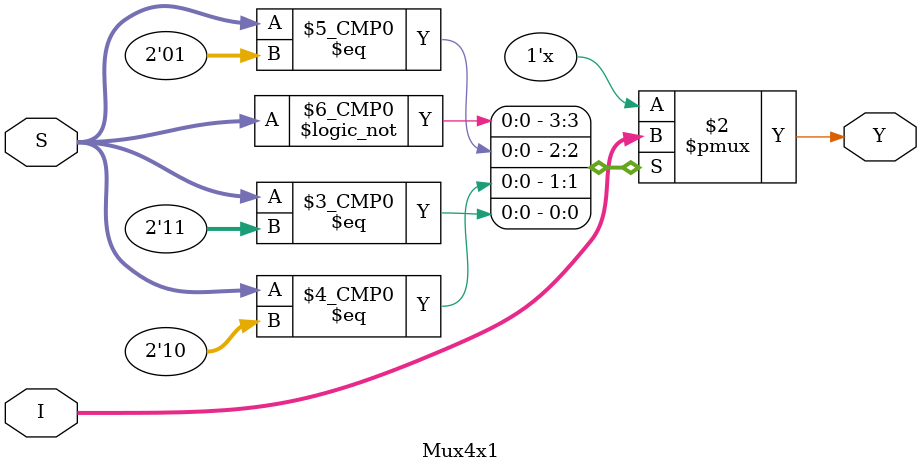
<source format=v>
`timescale 1ns / 1ps


module Mux4x1(
    input [0:3] I,
    input [0:1] S,
    output reg Y
    );
    always @ (*) 
    begin
    case(S) 
    2'b00 : Y=I[0];
    2'b01 : Y=I[1];
    2'b10 : Y=I[2];
    2'b11 : Y=I[3];
    endcase
    end 
    
endmodule

</source>
